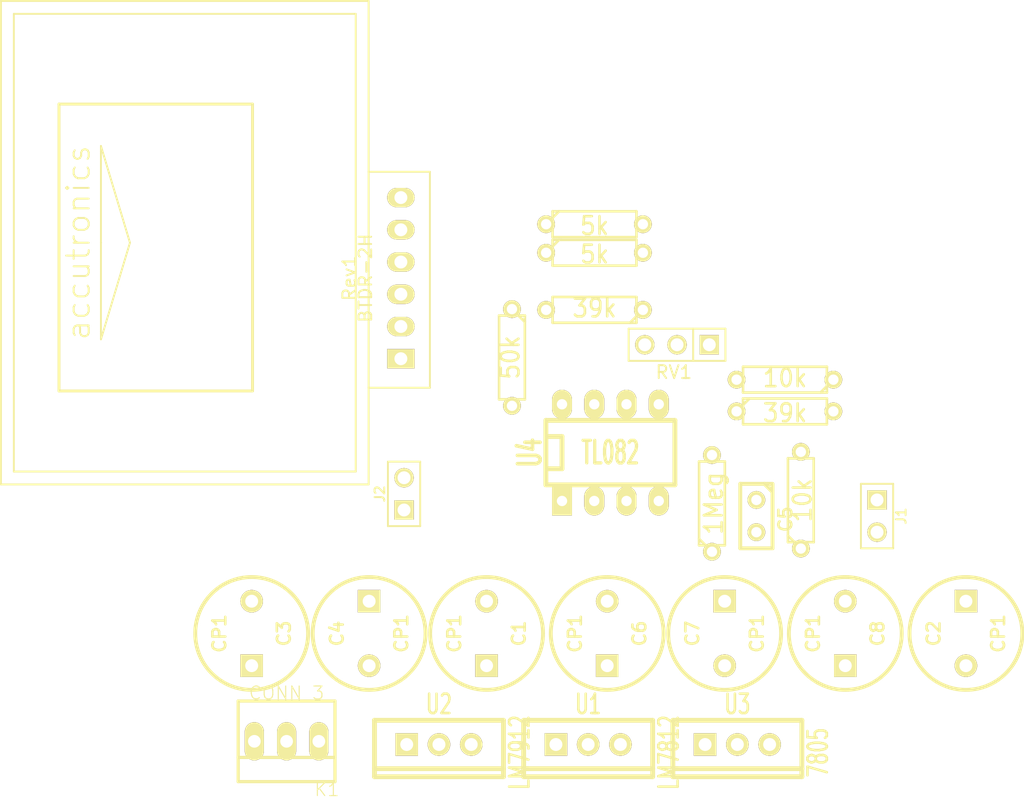
<source format=kicad_pcb>
(kicad_pcb (version 3) (host pcbnew "(2013-07-07 BZR 4022)-stable")

  (general
    (links 39)
    (no_connects 39)
    (area 0 0 0 0)
    (thickness 1.6)
    (drawings 0)
    (tracks 0)
    (zones 0)
    (modules 25)
    (nets 18)
  )

  (page A3)
  (layers
    (15 F.Cu signal)
    (0 B.Cu signal)
    (16 B.Adhes user)
    (17 F.Adhes user)
    (18 B.Paste user)
    (19 F.Paste user)
    (20 B.SilkS user)
    (21 F.SilkS user)
    (22 B.Mask user)
    (23 F.Mask user)
    (24 Dwgs.User user)
    (25 Cmts.User user)
    (26 Eco1.User user)
    (27 Eco2.User user)
    (28 Edge.Cuts user)
  )

  (setup
    (last_trace_width 0.254)
    (trace_clearance 0.254)
    (zone_clearance 0.508)
    (zone_45_only no)
    (trace_min 0.254)
    (segment_width 0.2)
    (edge_width 0.1)
    (via_size 0.889)
    (via_drill 0.635)
    (via_min_size 0.889)
    (via_min_drill 0.508)
    (uvia_size 0.508)
    (uvia_drill 0.127)
    (uvias_allowed no)
    (uvia_min_size 0.508)
    (uvia_min_drill 0.127)
    (pcb_text_width 0.3)
    (pcb_text_size 1.5 1.5)
    (mod_edge_width 0.15)
    (mod_text_size 1 1)
    (mod_text_width 0.15)
    (pad_size 1.524 2.159)
    (pad_drill 1.016)
    (pad_to_mask_clearance 0)
    (aux_axis_origin 0 0)
    (visible_elements FFFF7FFF)
    (pcbplotparams
      (layerselection 3178497)
      (usegerberextensions true)
      (excludeedgelayer true)
      (linewidth 0.150000)
      (plotframeref false)
      (viasonmask false)
      (mode 1)
      (useauxorigin false)
      (hpglpennumber 1)
      (hpglpenspeed 20)
      (hpglpendiameter 15)
      (hpglpenoverlay 2)
      (psnegative false)
      (psa4output false)
      (plotreference true)
      (plotvalue true)
      (plotothertext true)
      (plotinvisibletext false)
      (padsonsilk false)
      (subtractmaskfromsilk false)
      (outputformat 1)
      (mirror false)
      (drillshape 1)
      (scaleselection 1)
      (outputdirectory ""))
  )

  (net 0 "")
  (net 1 +12V)
  (net 2 +5V)
  (net 3 -12V)
  (net 4 /IN)
  (net 5 /OUT)
  (net 6 GND)
  (net 7 N-0000010)
  (net 8 N-0000011)
  (net 9 N-0000014)
  (net 10 N-0000015)
  (net 11 N-0000016)
  (net 12 N-0000017)
  (net 13 N-0000018)
  (net 14 N-0000019)
  (net 15 N-000003)
  (net 16 N-000004)
  (net 17 N-000009)

  (net_class Default "This is the default net class."
    (clearance 0.254)
    (trace_width 0.254)
    (via_dia 0.889)
    (via_drill 0.635)
    (uvia_dia 0.508)
    (uvia_drill 0.127)
    (add_net "")
    (add_net +12V)
    (add_net +5V)
    (add_net -12V)
    (add_net /IN)
    (add_net /OUT)
    (add_net GND)
    (add_net N-0000010)
    (add_net N-0000011)
    (add_net N-0000014)
    (add_net N-0000015)
    (add_net N-0000016)
    (add_net N-0000017)
    (add_net N-0000018)
    (add_net N-0000019)
    (add_net N-000003)
    (add_net N-000004)
    (add_net N-000009)
  )

  (module TO220_VERT (layer F.Cu) (tedit 43A66C96) (tstamp 544FD07A)
    (at 206 148 270)
    (descr "Regulateur TO220 serie LM78xx")
    (tags "TR TO220")
    (path /544FBBE0)
    (fp_text reference U2 (at -3.175 0 360) (layer F.SilkS)
      (effects (font (size 1.524 1.016) (thickness 0.2032)))
    )
    (fp_text value LM7912 (at 0.635 -6.35 270) (layer F.SilkS)
      (effects (font (size 1.524 1.016) (thickness 0.2032)))
    )
    (fp_line (start 1.905 -5.08) (end 2.54 -5.08) (layer F.SilkS) (width 0.381))
    (fp_line (start 2.54 -5.08) (end 2.54 5.08) (layer F.SilkS) (width 0.381))
    (fp_line (start 2.54 5.08) (end 1.905 5.08) (layer F.SilkS) (width 0.381))
    (fp_line (start -1.905 -5.08) (end 1.905 -5.08) (layer F.SilkS) (width 0.381))
    (fp_line (start 1.905 -5.08) (end 1.905 5.08) (layer F.SilkS) (width 0.381))
    (fp_line (start 1.905 5.08) (end -1.905 5.08) (layer F.SilkS) (width 0.381))
    (fp_line (start -1.905 5.08) (end -1.905 -5.08) (layer F.SilkS) (width 0.381))
    (pad 2 thru_hole circle (at 0 -2.54 270) (size 1.778 1.778) (drill 1.016)
      (layers *.Cu *.Mask F.SilkS)
    )
    (pad 3 thru_hole circle (at 0 0 270) (size 1.778 1.778) (drill 1.016)
      (layers *.Cu *.Mask F.SilkS)
    )
    (pad 1 thru_hole rect (at 0 2.54 270) (size 1.778 1.778) (drill 1.016)
      (layers *.Cu *.Mask F.SilkS)
    )
  )

  (module TO220_VERT (layer F.Cu) (tedit 43A66C96) (tstamp 544FD088)
    (at 217.75 148 270)
    (descr "Regulateur TO220 serie LM78xx")
    (tags "TR TO220")
    (path /544FBBC7)
    (fp_text reference U1 (at -3.175 0 360) (layer F.SilkS)
      (effects (font (size 1.524 1.016) (thickness 0.2032)))
    )
    (fp_text value LM7812 (at 0.635 -6.35 270) (layer F.SilkS)
      (effects (font (size 1.524 1.016) (thickness 0.2032)))
    )
    (fp_line (start 1.905 -5.08) (end 2.54 -5.08) (layer F.SilkS) (width 0.381))
    (fp_line (start 2.54 -5.08) (end 2.54 5.08) (layer F.SilkS) (width 0.381))
    (fp_line (start 2.54 5.08) (end 1.905 5.08) (layer F.SilkS) (width 0.381))
    (fp_line (start -1.905 -5.08) (end 1.905 -5.08) (layer F.SilkS) (width 0.381))
    (fp_line (start 1.905 -5.08) (end 1.905 5.08) (layer F.SilkS) (width 0.381))
    (fp_line (start 1.905 5.08) (end -1.905 5.08) (layer F.SilkS) (width 0.381))
    (fp_line (start -1.905 5.08) (end -1.905 -5.08) (layer F.SilkS) (width 0.381))
    (pad 2 thru_hole circle (at 0 -2.54 270) (size 1.778 1.778) (drill 1.016)
      (layers *.Cu *.Mask F.SilkS)
    )
    (pad 3 thru_hole circle (at 0 0 270) (size 1.778 1.778) (drill 1.016)
      (layers *.Cu *.Mask F.SilkS)
    )
    (pad 1 thru_hole rect (at 0 2.54 270) (size 1.778 1.778) (drill 1.016)
      (layers *.Cu *.Mask F.SilkS)
    )
  )

  (module TO220_VERT (layer F.Cu) (tedit 43A66C96) (tstamp 544FD096)
    (at 229.5 148 270)
    (descr "Regulateur TO220 serie LM78xx")
    (tags "TR TO220")
    (path /544FBA27)
    (fp_text reference U3 (at -3.175 0 360) (layer F.SilkS)
      (effects (font (size 1.524 1.016) (thickness 0.2032)))
    )
    (fp_text value 7805 (at 0.635 -6.35 270) (layer F.SilkS)
      (effects (font (size 1.524 1.016) (thickness 0.2032)))
    )
    (fp_line (start 1.905 -5.08) (end 2.54 -5.08) (layer F.SilkS) (width 0.381))
    (fp_line (start 2.54 -5.08) (end 2.54 5.08) (layer F.SilkS) (width 0.381))
    (fp_line (start 2.54 5.08) (end 1.905 5.08) (layer F.SilkS) (width 0.381))
    (fp_line (start -1.905 -5.08) (end 1.905 -5.08) (layer F.SilkS) (width 0.381))
    (fp_line (start 1.905 -5.08) (end 1.905 5.08) (layer F.SilkS) (width 0.381))
    (fp_line (start 1.905 5.08) (end -1.905 5.08) (layer F.SilkS) (width 0.381))
    (fp_line (start -1.905 5.08) (end -1.905 -5.08) (layer F.SilkS) (width 0.381))
    (pad 2 thru_hole circle (at 0 -2.54 270) (size 1.778 1.778) (drill 1.016)
      (layers *.Cu *.Mask F.SilkS)
    )
    (pad 3 thru_hole circle (at 0 0 270) (size 1.778 1.778) (drill 1.016)
      (layers *.Cu *.Mask F.SilkS)
    )
    (pad 1 thru_hole rect (at 0 2.54 270) (size 1.778 1.778) (drill 1.016)
      (layers *.Cu *.Mask F.SilkS)
    )
  )

  (module R3 (layer F.Cu) (tedit 4E4C0E65) (tstamp 544FD0B2)
    (at 234.5 128.75 90)
    (descr "Resitance 3 pas")
    (tags R)
    (path /544FB593)
    (autoplace_cost180 10)
    (fp_text reference R1 (at 0 0.127 90) (layer F.SilkS) hide
      (effects (font (size 1.397 1.27) (thickness 0.2032)))
    )
    (fp_text value 10k (at 0 0.127 90) (layer F.SilkS)
      (effects (font (size 1.397 1.27) (thickness 0.2032)))
    )
    (fp_line (start -3.81 0) (end -3.302 0) (layer F.SilkS) (width 0.2032))
    (fp_line (start 3.81 0) (end 3.302 0) (layer F.SilkS) (width 0.2032))
    (fp_line (start 3.302 0) (end 3.302 -1.016) (layer F.SilkS) (width 0.2032))
    (fp_line (start 3.302 -1.016) (end -3.302 -1.016) (layer F.SilkS) (width 0.2032))
    (fp_line (start -3.302 -1.016) (end -3.302 1.016) (layer F.SilkS) (width 0.2032))
    (fp_line (start -3.302 1.016) (end 3.302 1.016) (layer F.SilkS) (width 0.2032))
    (fp_line (start 3.302 1.016) (end 3.302 0) (layer F.SilkS) (width 0.2032))
    (fp_line (start -3.302 -0.508) (end -2.794 -1.016) (layer F.SilkS) (width 0.2032))
    (pad 1 thru_hole circle (at -3.81 0 90) (size 1.397 1.397) (drill 0.8128)
      (layers *.Cu *.Mask F.SilkS)
      (net 4 /IN)
    )
    (pad 2 thru_hole circle (at 3.81 0 90) (size 1.397 1.397) (drill 0.8128)
      (layers *.Cu *.Mask F.SilkS)
      (net 9 N-0000014)
    )
    (model discret/resistor.wrl
      (at (xyz 0 0 0))
      (scale (xyz 0.3 0.3 0.3))
      (rotate (xyz 0 0 0))
    )
  )

  (module R3 (layer F.Cu) (tedit 4E4C0E65) (tstamp 544FD0CE)
    (at 233.25 119.25 180)
    (descr "Resitance 3 pas")
    (tags R)
    (path /544FB933)
    (autoplace_cost180 10)
    (fp_text reference R6 (at 0 0.127 180) (layer F.SilkS) hide
      (effects (font (size 1.397 1.27) (thickness 0.2032)))
    )
    (fp_text value 10k (at 0 0.127 180) (layer F.SilkS)
      (effects (font (size 1.397 1.27) (thickness 0.2032)))
    )
    (fp_line (start -3.81 0) (end -3.302 0) (layer F.SilkS) (width 0.2032))
    (fp_line (start 3.81 0) (end 3.302 0) (layer F.SilkS) (width 0.2032))
    (fp_line (start 3.302 0) (end 3.302 -1.016) (layer F.SilkS) (width 0.2032))
    (fp_line (start 3.302 -1.016) (end -3.302 -1.016) (layer F.SilkS) (width 0.2032))
    (fp_line (start -3.302 -1.016) (end -3.302 1.016) (layer F.SilkS) (width 0.2032))
    (fp_line (start -3.302 1.016) (end 3.302 1.016) (layer F.SilkS) (width 0.2032))
    (fp_line (start 3.302 1.016) (end 3.302 0) (layer F.SilkS) (width 0.2032))
    (fp_line (start -3.302 -0.508) (end -2.794 -1.016) (layer F.SilkS) (width 0.2032))
    (pad 1 thru_hole circle (at -3.81 0 180) (size 1.397 1.397) (drill 0.8128)
      (layers *.Cu *.Mask F.SilkS)
      (net 4 /IN)
    )
    (pad 2 thru_hole circle (at 3.81 0 180) (size 1.397 1.397) (drill 0.8128)
      (layers *.Cu *.Mask F.SilkS)
      (net 14 N-0000019)
    )
    (model discret/resistor.wrl
      (at (xyz 0 0 0))
      (scale (xyz 0.3 0.3 0.3))
      (rotate (xyz 0 0 0))
    )
  )

  (module R3 (layer F.Cu) (tedit 4E4C0E65) (tstamp 544FD0DC)
    (at 233.25 121.75)
    (descr "Resitance 3 pas")
    (tags R)
    (path /544FB92D)
    (autoplace_cost180 10)
    (fp_text reference R8 (at 0 0.127) (layer F.SilkS) hide
      (effects (font (size 1.397 1.27) (thickness 0.2032)))
    )
    (fp_text value 39k (at 0 0.127) (layer F.SilkS)
      (effects (font (size 1.397 1.27) (thickness 0.2032)))
    )
    (fp_line (start -3.81 0) (end -3.302 0) (layer F.SilkS) (width 0.2032))
    (fp_line (start 3.81 0) (end 3.302 0) (layer F.SilkS) (width 0.2032))
    (fp_line (start 3.302 0) (end 3.302 -1.016) (layer F.SilkS) (width 0.2032))
    (fp_line (start 3.302 -1.016) (end -3.302 -1.016) (layer F.SilkS) (width 0.2032))
    (fp_line (start -3.302 -1.016) (end -3.302 1.016) (layer F.SilkS) (width 0.2032))
    (fp_line (start -3.302 1.016) (end 3.302 1.016) (layer F.SilkS) (width 0.2032))
    (fp_line (start 3.302 1.016) (end 3.302 0) (layer F.SilkS) (width 0.2032))
    (fp_line (start -3.302 -0.508) (end -2.794 -1.016) (layer F.SilkS) (width 0.2032))
    (pad 1 thru_hole circle (at -3.81 0) (size 1.397 1.397) (drill 0.8128)
      (layers *.Cu *.Mask F.SilkS)
      (net 14 N-0000019)
    )
    (pad 2 thru_hole circle (at 3.81 0) (size 1.397 1.397) (drill 0.8128)
      (layers *.Cu *.Mask F.SilkS)
      (net 6 GND)
    )
    (model discret/resistor.wrl
      (at (xyz 0 0 0))
      (scale (xyz 0.3 0.3 0.3))
      (rotate (xyz 0 0 0))
    )
  )

  (module R3 (layer F.Cu) (tedit 4E4C0E65) (tstamp 544FD0EA)
    (at 211.75 117.5 270)
    (descr "Resitance 3 pas")
    (tags R)
    (path /544FB8F1)
    (autoplace_cost180 10)
    (fp_text reference R7 (at 0 0.127 270) (layer F.SilkS) hide
      (effects (font (size 1.397 1.27) (thickness 0.2032)))
    )
    (fp_text value 50k (at 0 0.127 270) (layer F.SilkS)
      (effects (font (size 1.397 1.27) (thickness 0.2032)))
    )
    (fp_line (start -3.81 0) (end -3.302 0) (layer F.SilkS) (width 0.2032))
    (fp_line (start 3.81 0) (end 3.302 0) (layer F.SilkS) (width 0.2032))
    (fp_line (start 3.302 0) (end 3.302 -1.016) (layer F.SilkS) (width 0.2032))
    (fp_line (start 3.302 -1.016) (end -3.302 -1.016) (layer F.SilkS) (width 0.2032))
    (fp_line (start -3.302 -1.016) (end -3.302 1.016) (layer F.SilkS) (width 0.2032))
    (fp_line (start -3.302 1.016) (end 3.302 1.016) (layer F.SilkS) (width 0.2032))
    (fp_line (start 3.302 1.016) (end 3.302 0) (layer F.SilkS) (width 0.2032))
    (fp_line (start -3.302 -0.508) (end -2.794 -1.016) (layer F.SilkS) (width 0.2032))
    (pad 1 thru_hole circle (at -3.81 0 270) (size 1.397 1.397) (drill 0.8128)
      (layers *.Cu *.Mask F.SilkS)
      (net 13 N-0000018)
    )
    (pad 2 thru_hole circle (at 3.81 0 270) (size 1.397 1.397) (drill 0.8128)
      (layers *.Cu *.Mask F.SilkS)
      (net 5 /OUT)
    )
    (model discret/resistor.wrl
      (at (xyz 0 0 0))
      (scale (xyz 0.3 0.3 0.3))
      (rotate (xyz 0 0 0))
    )
  )

  (module R3 (layer F.Cu) (tedit 4E4C0E65) (tstamp 544FD0F8)
    (at 218.25 113.75 180)
    (descr "Resitance 3 pas")
    (tags R)
    (path /544FB8B2)
    (autoplace_cost180 10)
    (fp_text reference R5 (at 0 0.127 180) (layer F.SilkS) hide
      (effects (font (size 1.397 1.27) (thickness 0.2032)))
    )
    (fp_text value 39k (at 0 0.127 180) (layer F.SilkS)
      (effects (font (size 1.397 1.27) (thickness 0.2032)))
    )
    (fp_line (start -3.81 0) (end -3.302 0) (layer F.SilkS) (width 0.2032))
    (fp_line (start 3.81 0) (end 3.302 0) (layer F.SilkS) (width 0.2032))
    (fp_line (start 3.302 0) (end 3.302 -1.016) (layer F.SilkS) (width 0.2032))
    (fp_line (start 3.302 -1.016) (end -3.302 -1.016) (layer F.SilkS) (width 0.2032))
    (fp_line (start -3.302 -1.016) (end -3.302 1.016) (layer F.SilkS) (width 0.2032))
    (fp_line (start -3.302 1.016) (end 3.302 1.016) (layer F.SilkS) (width 0.2032))
    (fp_line (start 3.302 1.016) (end 3.302 0) (layer F.SilkS) (width 0.2032))
    (fp_line (start -3.302 -0.508) (end -2.794 -1.016) (layer F.SilkS) (width 0.2032))
    (pad 1 thru_hole circle (at -3.81 0 180) (size 1.397 1.397) (drill 0.8128)
      (layers *.Cu *.Mask F.SilkS)
      (net 12 N-0000017)
    )
    (pad 2 thru_hole circle (at 3.81 0 180) (size 1.397 1.397) (drill 0.8128)
      (layers *.Cu *.Mask F.SilkS)
      (net 13 N-0000018)
    )
    (model discret/resistor.wrl
      (at (xyz 0 0 0))
      (scale (xyz 0.3 0.3 0.3))
      (rotate (xyz 0 0 0))
    )
  )

  (module R3 (layer F.Cu) (tedit 4E4C0E65) (tstamp 544FD106)
    (at 218.25 109.25)
    (descr "Resitance 3 pas")
    (tags R)
    (path /544FB7F4)
    (autoplace_cost180 10)
    (fp_text reference R4 (at 0 0.127) (layer F.SilkS) hide
      (effects (font (size 1.397 1.27) (thickness 0.2032)))
    )
    (fp_text value 5k (at 0 0.127) (layer F.SilkS)
      (effects (font (size 1.397 1.27) (thickness 0.2032)))
    )
    (fp_line (start -3.81 0) (end -3.302 0) (layer F.SilkS) (width 0.2032))
    (fp_line (start 3.81 0) (end 3.302 0) (layer F.SilkS) (width 0.2032))
    (fp_line (start 3.302 0) (end 3.302 -1.016) (layer F.SilkS) (width 0.2032))
    (fp_line (start 3.302 -1.016) (end -3.302 -1.016) (layer F.SilkS) (width 0.2032))
    (fp_line (start -3.302 -1.016) (end -3.302 1.016) (layer F.SilkS) (width 0.2032))
    (fp_line (start -3.302 1.016) (end 3.302 1.016) (layer F.SilkS) (width 0.2032))
    (fp_line (start 3.302 1.016) (end 3.302 0) (layer F.SilkS) (width 0.2032))
    (fp_line (start -3.302 -0.508) (end -2.794 -1.016) (layer F.SilkS) (width 0.2032))
    (pad 1 thru_hole circle (at -3.81 0) (size 1.397 1.397) (drill 0.8128)
      (layers *.Cu *.Mask F.SilkS)
      (net 7 N-0000010)
    )
    (pad 2 thru_hole circle (at 3.81 0) (size 1.397 1.397) (drill 0.8128)
      (layers *.Cu *.Mask F.SilkS)
      (net 8 N-0000011)
    )
    (model discret/resistor.wrl
      (at (xyz 0 0 0))
      (scale (xyz 0.3 0.3 0.3))
      (rotate (xyz 0 0 0))
    )
  )

  (module R3 (layer F.Cu) (tedit 4E4C0E65) (tstamp 544FD114)
    (at 218.25 107)
    (descr "Resitance 3 pas")
    (tags R)
    (path /544FB7E7)
    (autoplace_cost180 10)
    (fp_text reference R3 (at 0 0.127) (layer F.SilkS) hide
      (effects (font (size 1.397 1.27) (thickness 0.2032)))
    )
    (fp_text value 5k (at 0 0.127) (layer F.SilkS)
      (effects (font (size 1.397 1.27) (thickness 0.2032)))
    )
    (fp_line (start -3.81 0) (end -3.302 0) (layer F.SilkS) (width 0.2032))
    (fp_line (start 3.81 0) (end 3.302 0) (layer F.SilkS) (width 0.2032))
    (fp_line (start 3.302 0) (end 3.302 -1.016) (layer F.SilkS) (width 0.2032))
    (fp_line (start 3.302 -1.016) (end -3.302 -1.016) (layer F.SilkS) (width 0.2032))
    (fp_line (start -3.302 -1.016) (end -3.302 1.016) (layer F.SilkS) (width 0.2032))
    (fp_line (start -3.302 1.016) (end 3.302 1.016) (layer F.SilkS) (width 0.2032))
    (fp_line (start 3.302 1.016) (end 3.302 0) (layer F.SilkS) (width 0.2032))
    (fp_line (start -3.302 -0.508) (end -2.794 -1.016) (layer F.SilkS) (width 0.2032))
    (pad 1 thru_hole circle (at -3.81 0) (size 1.397 1.397) (drill 0.8128)
      (layers *.Cu *.Mask F.SilkS)
      (net 17 N-000009)
    )
    (pad 2 thru_hole circle (at 3.81 0) (size 1.397 1.397) (drill 0.8128)
      (layers *.Cu *.Mask F.SilkS)
      (net 8 N-0000011)
    )
    (model discret/resistor.wrl
      (at (xyz 0 0 0))
      (scale (xyz 0.3 0.3 0.3))
      (rotate (xyz 0 0 0))
    )
  )

  (module R3 (layer F.Cu) (tedit 4E4C0E65) (tstamp 544FD122)
    (at 227.5 129 90)
    (descr "Resitance 3 pas")
    (tags R)
    (path /544FB5DE)
    (autoplace_cost180 10)
    (fp_text reference R2 (at 0 0.127 90) (layer F.SilkS) hide
      (effects (font (size 1.397 1.27) (thickness 0.2032)))
    )
    (fp_text value 1Meg (at 0 0.127 90) (layer F.SilkS)
      (effects (font (size 1.397 1.27) (thickness 0.2032)))
    )
    (fp_line (start -3.81 0) (end -3.302 0) (layer F.SilkS) (width 0.2032))
    (fp_line (start 3.81 0) (end 3.302 0) (layer F.SilkS) (width 0.2032))
    (fp_line (start 3.302 0) (end 3.302 -1.016) (layer F.SilkS) (width 0.2032))
    (fp_line (start 3.302 -1.016) (end -3.302 -1.016) (layer F.SilkS) (width 0.2032))
    (fp_line (start -3.302 -1.016) (end -3.302 1.016) (layer F.SilkS) (width 0.2032))
    (fp_line (start -3.302 1.016) (end 3.302 1.016) (layer F.SilkS) (width 0.2032))
    (fp_line (start 3.302 1.016) (end 3.302 0) (layer F.SilkS) (width 0.2032))
    (fp_line (start -3.302 -0.508) (end -2.794 -1.016) (layer F.SilkS) (width 0.2032))
    (pad 1 thru_hole circle (at -3.81 0 90) (size 1.397 1.397) (drill 0.8128)
      (layers *.Cu *.Mask F.SilkS)
      (net 10 N-0000015)
    )
    (pad 2 thru_hole circle (at 3.81 0 90) (size 1.397 1.397) (drill 0.8128)
      (layers *.Cu *.Mask F.SilkS)
      (net 11 N-0000016)
    )
    (model discret/resistor.wrl
      (at (xyz 0 0 0))
      (scale (xyz 0.3 0.3 0.3))
      (rotate (xyz 0 0 0))
    )
  )

  (module PIN_ARRAY_3X1 (layer F.Cu) (tedit 4C1130E0) (tstamp 544FD12E)
    (at 224.75 116.5 180)
    (descr "Connecteur 3 pins")
    (tags "CONN DEV")
    (path /544FB825)
    (fp_text reference RV1 (at 0.254 -2.159 180) (layer F.SilkS)
      (effects (font (size 1.016 1.016) (thickness 0.1524)))
    )
    (fp_text value 50k (at 0 -2.159 180) (layer F.SilkS) hide
      (effects (font (size 1.016 1.016) (thickness 0.1524)))
    )
    (fp_line (start -3.81 1.27) (end -3.81 -1.27) (layer F.SilkS) (width 0.1524))
    (fp_line (start -3.81 -1.27) (end 3.81 -1.27) (layer F.SilkS) (width 0.1524))
    (fp_line (start 3.81 -1.27) (end 3.81 1.27) (layer F.SilkS) (width 0.1524))
    (fp_line (start 3.81 1.27) (end -3.81 1.27) (layer F.SilkS) (width 0.1524))
    (fp_line (start -1.27 -1.27) (end -1.27 1.27) (layer F.SilkS) (width 0.1524))
    (pad 1 thru_hole rect (at -2.54 0 180) (size 1.524 1.524) (drill 1.016)
      (layers *.Cu *.Mask F.SilkS)
      (net 8 N-0000011)
    )
    (pad 2 thru_hole circle (at 0 0 180) (size 1.524 1.524) (drill 1.016)
      (layers *.Cu *.Mask F.SilkS)
      (net 12 N-0000017)
    )
    (pad 3 thru_hole circle (at 2.54 0 180) (size 1.524 1.524) (drill 1.016)
      (layers *.Cu *.Mask F.SilkS)
      (net 6 GND)
    )
    (model pin_array/pins_array_3x1.wrl
      (at (xyz 0 0 0))
      (scale (xyz 1 1 1))
      (rotate (xyz 0 0 0))
    )
  )

  (module PIN_ARRAY_2X1 (layer F.Cu) (tedit 4565C520) (tstamp 544FD138)
    (at 240.5 130 270)
    (descr "Connecteurs 2 pins")
    (tags "CONN DEV")
    (path /544FD636)
    (fp_text reference J1 (at 0 -1.905 270) (layer F.SilkS)
      (effects (font (size 0.762 0.762) (thickness 0.1524)))
    )
    (fp_text value JACK_MN (at 0 -1.905 270) (layer F.SilkS) hide
      (effects (font (size 0.762 0.762) (thickness 0.1524)))
    )
    (fp_line (start -2.54 1.27) (end -2.54 -1.27) (layer F.SilkS) (width 0.1524))
    (fp_line (start -2.54 -1.27) (end 2.54 -1.27) (layer F.SilkS) (width 0.1524))
    (fp_line (start 2.54 -1.27) (end 2.54 1.27) (layer F.SilkS) (width 0.1524))
    (fp_line (start 2.54 1.27) (end -2.54 1.27) (layer F.SilkS) (width 0.1524))
    (pad 1 thru_hole rect (at -1.27 0 270) (size 1.524 1.524) (drill 1.016)
      (layers *.Cu *.Mask F.SilkS)
      (net 6 GND)
    )
    (pad 2 thru_hole circle (at 1.27 0 270) (size 1.524 1.524) (drill 1.016)
      (layers *.Cu *.Mask F.SilkS)
      (net 4 /IN)
    )
    (model pin_array/pins_array_2x1.wrl
      (at (xyz 0 0 0))
      (scale (xyz 1 1 1))
      (rotate (xyz 0 0 0))
    )
  )

  (module DIP-8__300_ELL (layer F.Cu) (tedit 200000) (tstamp 544FD14B)
    (at 219.5 125)
    (descr "8 pins DIL package, elliptical pads")
    (tags DIL)
    (path /544FB5CF)
    (fp_text reference U4 (at -6.35 0 90) (layer F.SilkS)
      (effects (font (size 1.778 1.143) (thickness 0.3048)))
    )
    (fp_text value TL082 (at 0 0) (layer F.SilkS)
      (effects (font (size 1.778 1.016) (thickness 0.3048)))
    )
    (fp_line (start -5.08 -1.27) (end -3.81 -1.27) (layer F.SilkS) (width 0.381))
    (fp_line (start -3.81 -1.27) (end -3.81 1.27) (layer F.SilkS) (width 0.381))
    (fp_line (start -3.81 1.27) (end -5.08 1.27) (layer F.SilkS) (width 0.381))
    (fp_line (start -5.08 -2.54) (end 5.08 -2.54) (layer F.SilkS) (width 0.381))
    (fp_line (start 5.08 -2.54) (end 5.08 2.54) (layer F.SilkS) (width 0.381))
    (fp_line (start 5.08 2.54) (end -5.08 2.54) (layer F.SilkS) (width 0.381))
    (fp_line (start -5.08 2.54) (end -5.08 -2.54) (layer F.SilkS) (width 0.381))
    (pad 1 thru_hole rect (at -3.81 3.81) (size 1.5748 2.286) (drill 0.8128)
      (layers *.Cu *.Mask F.SilkS)
      (net 11 N-0000016)
    )
    (pad 2 thru_hole oval (at -1.27 3.81) (size 1.5748 2.286) (drill 0.8128)
      (layers *.Cu *.Mask F.SilkS)
      (net 10 N-0000015)
    )
    (pad 3 thru_hole oval (at 1.27 3.81) (size 1.5748 2.286) (drill 0.8128)
      (layers *.Cu *.Mask F.SilkS)
      (net 6 GND)
    )
    (pad 4 thru_hole oval (at 3.81 3.81) (size 1.5748 2.286) (drill 0.8128)
      (layers *.Cu *.Mask F.SilkS)
      (net 6 GND)
    )
    (pad 5 thru_hole oval (at 3.81 -3.81) (size 1.5748 2.286) (drill 0.8128)
      (layers *.Cu *.Mask F.SilkS)
      (net 14 N-0000019)
    )
    (pad 6 thru_hole oval (at 1.27 -3.81) (size 1.5748 2.286) (drill 0.8128)
      (layers *.Cu *.Mask F.SilkS)
      (net 13 N-0000018)
    )
    (pad 7 thru_hole oval (at -1.27 -3.81) (size 1.5748 2.286) (drill 0.8128)
      (layers *.Cu *.Mask F.SilkS)
      (net 5 /OUT)
    )
    (pad 8 thru_hole oval (at -3.81 -3.81) (size 1.5748 2.286) (drill 0.8128)
      (layers *.Cu *.Mask F.SilkS)
      (net 1 +12V)
    )
    (model dil/dil_8.wrl
      (at (xyz 0 0 0))
      (scale (xyz 1 1 1))
      (rotate (xyz 0 0 0))
    )
  )

  (module C2V8 (layer F.Cu) (tedit 46544AA3) (tstamp 544FD152)
    (at 209.75 139.25 90)
    (descr "Condensateur polarise")
    (tags CP)
    (path /544FCF5F)
    (fp_text reference C1 (at 0 2.54 90) (layer F.SilkS)
      (effects (font (size 1.016 1.016) (thickness 0.2032)))
    )
    (fp_text value CP1 (at 0 -2.54 90) (layer F.SilkS)
      (effects (font (size 1.016 1.016) (thickness 0.2032)))
    )
    (fp_circle (center 0 0) (end -4.445 0) (layer F.SilkS) (width 0.3048))
    (pad 1 thru_hole rect (at -2.54 0 90) (size 1.778 1.778) (drill 1.016)
      (layers *.Cu *.Mask F.SilkS)
      (net 15 N-000003)
    )
    (pad 2 thru_hole circle (at 2.54 0 90) (size 1.778 1.778) (drill 1.016)
      (layers *.Cu *.Mask F.SilkS)
      (net 6 GND)
    )
    (model discret/c_vert_c2v10.wrl
      (at (xyz 0 0 0))
      (scale (xyz 1 1 1))
      (rotate (xyz 0 0 0))
    )
  )

  (module C2V8 (layer F.Cu) (tedit 46544AA3) (tstamp 544FD159)
    (at 191.25 139.25 90)
    (descr "Condensateur polarise")
    (tags CP)
    (path /544FCF6C)
    (fp_text reference C3 (at 0 2.54 90) (layer F.SilkS)
      (effects (font (size 1.016 1.016) (thickness 0.2032)))
    )
    (fp_text value CP1 (at 0 -2.54 90) (layer F.SilkS)
      (effects (font (size 1.016 1.016) (thickness 0.2032)))
    )
    (fp_circle (center 0 0) (end -4.445 0) (layer F.SilkS) (width 0.3048))
    (pad 1 thru_hole rect (at -2.54 0 90) (size 1.778 1.778) (drill 1.016)
      (layers *.Cu *.Mask F.SilkS)
      (net 15 N-000003)
    )
    (pad 2 thru_hole circle (at 2.54 0 90) (size 1.778 1.778) (drill 1.016)
      (layers *.Cu *.Mask F.SilkS)
      (net 6 GND)
    )
    (model discret/c_vert_c2v10.wrl
      (at (xyz 0 0 0))
      (scale (xyz 1 1 1))
      (rotate (xyz 0 0 0))
    )
  )

  (module C2V8 (layer F.Cu) (tedit 46544AA3) (tstamp 544FD160)
    (at 247.5 139.25 270)
    (descr "Condensateur polarise")
    (tags CP)
    (path /544FCF72)
    (fp_text reference C2 (at 0 2.54 270) (layer F.SilkS)
      (effects (font (size 1.016 1.016) (thickness 0.2032)))
    )
    (fp_text value CP1 (at 0 -2.54 270) (layer F.SilkS)
      (effects (font (size 1.016 1.016) (thickness 0.2032)))
    )
    (fp_circle (center 0 0) (end -4.445 0) (layer F.SilkS) (width 0.3048))
    (pad 1 thru_hole rect (at -2.54 0 270) (size 1.778 1.778) (drill 1.016)
      (layers *.Cu *.Mask F.SilkS)
      (net 6 GND)
    )
    (pad 2 thru_hole circle (at 2.54 0 270) (size 1.778 1.778) (drill 1.016)
      (layers *.Cu *.Mask F.SilkS)
      (net 16 N-000004)
    )
    (model discret/c_vert_c2v10.wrl
      (at (xyz 0 0 0))
      (scale (xyz 1 1 1))
      (rotate (xyz 0 0 0))
    )
  )

  (module C2V8 (layer F.Cu) (tedit 46544AA3) (tstamp 544FD167)
    (at 200.5 139.25 270)
    (descr "Condensateur polarise")
    (tags CP)
    (path /544FCF78)
    (fp_text reference C4 (at 0 2.54 270) (layer F.SilkS)
      (effects (font (size 1.016 1.016) (thickness 0.2032)))
    )
    (fp_text value CP1 (at 0 -2.54 270) (layer F.SilkS)
      (effects (font (size 1.016 1.016) (thickness 0.2032)))
    )
    (fp_circle (center 0 0) (end -4.445 0) (layer F.SilkS) (width 0.3048))
    (pad 1 thru_hole rect (at -2.54 0 270) (size 1.778 1.778) (drill 1.016)
      (layers *.Cu *.Mask F.SilkS)
      (net 6 GND)
    )
    (pad 2 thru_hole circle (at 2.54 0 270) (size 1.778 1.778) (drill 1.016)
      (layers *.Cu *.Mask F.SilkS)
      (net 16 N-000004)
    )
    (model discret/c_vert_c2v10.wrl
      (at (xyz 0 0 0))
      (scale (xyz 1 1 1))
      (rotate (xyz 0 0 0))
    )
  )

  (module C2V8 (layer F.Cu) (tedit 46544AA3) (tstamp 544FD16E)
    (at 219.25 139.25 90)
    (descr "Condensateur polarise")
    (tags CP)
    (path /544FD209)
    (fp_text reference C6 (at 0 2.54 90) (layer F.SilkS)
      (effects (font (size 1.016 1.016) (thickness 0.2032)))
    )
    (fp_text value CP1 (at 0 -2.54 90) (layer F.SilkS)
      (effects (font (size 1.016 1.016) (thickness 0.2032)))
    )
    (fp_circle (center 0 0) (end -4.445 0) (layer F.SilkS) (width 0.3048))
    (pad 1 thru_hole rect (at -2.54 0 90) (size 1.778 1.778) (drill 1.016)
      (layers *.Cu *.Mask F.SilkS)
      (net 1 +12V)
    )
    (pad 2 thru_hole circle (at 2.54 0 90) (size 1.778 1.778) (drill 1.016)
      (layers *.Cu *.Mask F.SilkS)
      (net 6 GND)
    )
    (model discret/c_vert_c2v10.wrl
      (at (xyz 0 0 0))
      (scale (xyz 1 1 1))
      (rotate (xyz 0 0 0))
    )
  )

  (module C2V8 (layer F.Cu) (tedit 46544AA3) (tstamp 544FD175)
    (at 228.5 139.25 270)
    (descr "Condensateur polarise")
    (tags CP)
    (path /544FD20F)
    (fp_text reference C7 (at 0 2.54 270) (layer F.SilkS)
      (effects (font (size 1.016 1.016) (thickness 0.2032)))
    )
    (fp_text value CP1 (at 0 -2.54 270) (layer F.SilkS)
      (effects (font (size 1.016 1.016) (thickness 0.2032)))
    )
    (fp_circle (center 0 0) (end -4.445 0) (layer F.SilkS) (width 0.3048))
    (pad 1 thru_hole rect (at -2.54 0 270) (size 1.778 1.778) (drill 1.016)
      (layers *.Cu *.Mask F.SilkS)
      (net 6 GND)
    )
    (pad 2 thru_hole circle (at 2.54 0 270) (size 1.778 1.778) (drill 1.016)
      (layers *.Cu *.Mask F.SilkS)
      (net 3 -12V)
    )
    (model discret/c_vert_c2v10.wrl
      (at (xyz 0 0 0))
      (scale (xyz 1 1 1))
      (rotate (xyz 0 0 0))
    )
  )

  (module C2V8 (layer F.Cu) (tedit 46544AA3) (tstamp 544FD17C)
    (at 238 139.25 90)
    (descr "Condensateur polarise")
    (tags CP)
    (path /544FD35B)
    (fp_text reference C8 (at 0 2.54 90) (layer F.SilkS)
      (effects (font (size 1.016 1.016) (thickness 0.2032)))
    )
    (fp_text value CP1 (at 0 -2.54 90) (layer F.SilkS)
      (effects (font (size 1.016 1.016) (thickness 0.2032)))
    )
    (fp_circle (center 0 0) (end -4.445 0) (layer F.SilkS) (width 0.3048))
    (pad 1 thru_hole rect (at -2.54 0 90) (size 1.778 1.778) (drill 1.016)
      (layers *.Cu *.Mask F.SilkS)
      (net 2 +5V)
    )
    (pad 2 thru_hole circle (at 2.54 0 90) (size 1.778 1.778) (drill 1.016)
      (layers *.Cu *.Mask F.SilkS)
      (net 6 GND)
    )
    (model discret/c_vert_c2v10.wrl
      (at (xyz 0 0 0))
      (scale (xyz 1 1 1))
      (rotate (xyz 0 0 0))
    )
  )

  (module C1 (layer F.Cu) (tedit 3F92C496) (tstamp 544FD187)
    (at 231 130 270)
    (descr "Condensateur e = 1 pas")
    (tags C)
    (path /544FB5A8)
    (fp_text reference C5 (at 0.254 -2.286 270) (layer F.SilkS)
      (effects (font (size 1.016 1.016) (thickness 0.2032)))
    )
    (fp_text value 22nF (at 0 -2.286 270) (layer F.SilkS) hide
      (effects (font (size 1.016 1.016) (thickness 0.2032)))
    )
    (fp_line (start -2.4892 -1.27) (end 2.54 -1.27) (layer F.SilkS) (width 0.3048))
    (fp_line (start 2.54 -1.27) (end 2.54 1.27) (layer F.SilkS) (width 0.3048))
    (fp_line (start 2.54 1.27) (end -2.54 1.27) (layer F.SilkS) (width 0.3048))
    (fp_line (start -2.54 1.27) (end -2.54 -1.27) (layer F.SilkS) (width 0.3048))
    (fp_line (start -2.54 -0.635) (end -1.905 -1.27) (layer F.SilkS) (width 0.3048))
    (pad 1 thru_hole circle (at -1.27 0 270) (size 1.397 1.397) (drill 0.8128)
      (layers *.Cu *.Mask F.SilkS)
      (net 9 N-0000014)
    )
    (pad 2 thru_hole circle (at 1.27 0 270) (size 1.397 1.397) (drill 0.8128)
      (layers *.Cu *.Mask F.SilkS)
      (net 10 N-0000015)
    )
    (model discret/capa_1_pas.wrl
      (at (xyz 0 0 0))
      (scale (xyz 1 1 1))
      (rotate (xyz 0 0 0))
    )
  )

  (module Accutronics1 (layer F.Cu) (tedit 544FD3AD) (tstamp 544FDB4C)
    (at 203 111.25 90)
    (path /544FB77A)
    (fp_text reference Rev1 (at 0 -4.064 90) (layer F.SilkS)
      (effects (font (size 1 1) (thickness 0.15)))
    )
    (fp_text value BTDR-2H (at 0 -2.794 90) (layer F.SilkS)
      (effects (font (size 1 1) (thickness 0.15)))
    )
    (fp_line (start -8.636 -2.54) (end -8.636 2.286) (layer F.SilkS) (width 0.15))
    (fp_line (start -8.636 2.286) (end 8.382 2.286) (layer F.SilkS) (width 0.15))
    (fp_line (start 8.382 2.286) (end 8.382 -2.54) (layer F.SilkS) (width 0.15))
    (fp_line (start -8.89 -26.924) (end 13.716 -26.924) (layer F.SilkS) (width 0.2286))
    (fp_line (start 13.716 -26.924) (end 13.716 -11.684) (layer F.SilkS) (width 0.2286))
    (fp_line (start 13.716 -11.684) (end -8.89 -11.684) (layer F.SilkS) (width 0.2286))
    (fp_line (start -8.89 -11.684) (end -8.89 -26.924) (layer F.SilkS) (width 0.2286))
    (fp_line (start 2.794 -23.622) (end 10.414 -23.622) (layer F.SilkS) (width 0.15))
    (fp_line (start 10.414 -23.622) (end 2.794 -21.336) (layer F.SilkS) (width 0.15))
    (fp_line (start 2.794 -21.336) (end -4.826 -23.622) (layer F.SilkS) (width 0.15))
    (fp_line (start -4.826 -23.622) (end 2.794 -23.622) (layer F.SilkS) (width 0.15))
    (fp_text user accutronics (at 2.794 -25.4 90) (layer F.SilkS)
      (effects (font (size 1.778 1.778) (thickness 0.15)))
    )
    (fp_line (start -15.24 -30.48) (end 20.828 -30.48) (layer F.SilkS) (width 0.15))
    (fp_line (start 20.828 -30.48) (end 20.828 -3.556) (layer F.SilkS) (width 0.15))
    (fp_line (start 20.828 -3.556) (end -15.24 -3.556) (layer F.SilkS) (width 0.15))
    (fp_line (start -15.24 -3.556) (end -15.24 -30.48) (layer F.SilkS) (width 0.15))
    (fp_line (start -16.256 -2.54) (end -16.256 -31.496) (layer F.SilkS) (width 0.15))
    (fp_line (start -16.256 -31.496) (end 21.844 -31.496) (layer F.SilkS) (width 0.15))
    (fp_line (start 21.844 -31.496) (end 21.844 -2.54) (layer F.SilkS) (width 0.15))
    (fp_line (start 21.844 -2.54) (end -16.256 -2.54) (layer F.SilkS) (width 0.15))
    (pad 2 thru_hole oval (at -3.81 0 90) (size 1.524 2.159) (drill 1.016)
      (layers *.Cu *.Mask F.SilkS)
      (net 6 GND)
    )
    (pad 3 thru_hole oval (at -1.27 0 90) (size 1.524 2.159) (drill 1.016)
      (layers *.Cu *.Mask F.SilkS)
      (net 11 N-0000016)
    )
    (pad 4 thru_hole oval (at 1.27 0 90) (size 1.524 2.159) (drill 1.016)
      (layers *.Cu *.Mask F.SilkS)
      (net 6 GND)
    )
    (pad 5 thru_hole oval (at 3.81 0 90) (size 1.524 2.159) (drill 1.016)
      (layers *.Cu *.Mask F.SilkS)
      (net 7 N-0000010)
    )
    (pad 6 thru_hole oval (at 6.35 0 90) (size 1.524 2.159) (drill 1.016)
      (layers *.Cu *.Mask F.SilkS)
      (net 17 N-000009)
    )
    (pad 1 thru_hole rect (at -6.35 0 90) (size 1.524 2.159) (drill 1.016)
      (layers *.Cu *.Mask F.SilkS)
      (net 2 +5V)
    )
  )

  (module PIN_ARRAY_2X1 (layer F.Cu) (tedit 4565C520) (tstamp 544FDBED)
    (at 203.25 128.25 90)
    (descr "Connecteurs 2 pins")
    (tags "CONN DEV")
    (path /544FD643)
    (fp_text reference J2 (at 0 -1.905 90) (layer F.SilkS)
      (effects (font (size 0.762 0.762) (thickness 0.1524)))
    )
    (fp_text value JACK_MN (at 0 -1.905 90) (layer F.SilkS) hide
      (effects (font (size 0.762 0.762) (thickness 0.1524)))
    )
    (fp_line (start -2.54 1.27) (end -2.54 -1.27) (layer F.SilkS) (width 0.1524))
    (fp_line (start -2.54 -1.27) (end 2.54 -1.27) (layer F.SilkS) (width 0.1524))
    (fp_line (start 2.54 -1.27) (end 2.54 1.27) (layer F.SilkS) (width 0.1524))
    (fp_line (start 2.54 1.27) (end -2.54 1.27) (layer F.SilkS) (width 0.1524))
    (pad 1 thru_hole rect (at -1.27 0 90) (size 1.524 1.524) (drill 1.016)
      (layers *.Cu *.Mask F.SilkS)
      (net 6 GND)
    )
    (pad 2 thru_hole circle (at 1.27 0 90) (size 1.524 1.524) (drill 1.016)
      (layers *.Cu *.Mask F.SilkS)
      (net 5 /OUT)
    )
    (model pin_array/pins_array_2x1.wrl
      (at (xyz 0 0 0))
      (scale (xyz 1 1 1))
      (rotate (xyz 0 0 0))
    )
  )

  (module PINHEAD1-3 (layer F.Cu) (tedit 4C5EDE92) (tstamp 544FDD9A)
    (at 194 147.75 180)
    (path /544FCD8E)
    (attr virtual)
    (fp_text reference K1 (at -3.175 -3.81 180) (layer F.SilkS)
      (effects (font (size 1.016 1.016) (thickness 0.0889)))
    )
    (fp_text value CONN_3 (at 0 3.81 180) (layer F.SilkS)
      (effects (font (size 1.016 1.016) (thickness 0.0889)))
    )
    (fp_line (start -3.81 -3.175) (end -3.81 3.175) (layer F.SilkS) (width 0.254))
    (fp_line (start 3.81 -3.175) (end 3.81 3.175) (layer F.SilkS) (width 0.254))
    (fp_line (start 3.81 -1.27) (end -3.81 -1.27) (layer F.SilkS) (width 0.254))
    (fp_line (start -3.81 -3.175) (end 3.81 -3.175) (layer F.SilkS) (width 0.254))
    (fp_line (start 3.81 3.175) (end -3.81 3.175) (layer F.SilkS) (width 0.254))
    (pad 1 thru_hole oval (at -2.54 0 180) (size 1.50622 3.01498) (drill 0.99822)
      (layers *.Cu F.Paste F.SilkS F.Mask)
      (net 16 N-000004)
    )
    (pad 2 thru_hole oval (at 0 0 180) (size 1.50622 3.01498) (drill 0.99822)
      (layers *.Cu F.Paste F.SilkS F.Mask)
      (net 6 GND)
    )
    (pad 3 thru_hole oval (at 2.54 0 180) (size 1.50622 3.01498) (drill 0.99822)
      (layers *.Cu F.Paste F.SilkS F.Mask)
      (net 15 N-000003)
    )
  )

)

</source>
